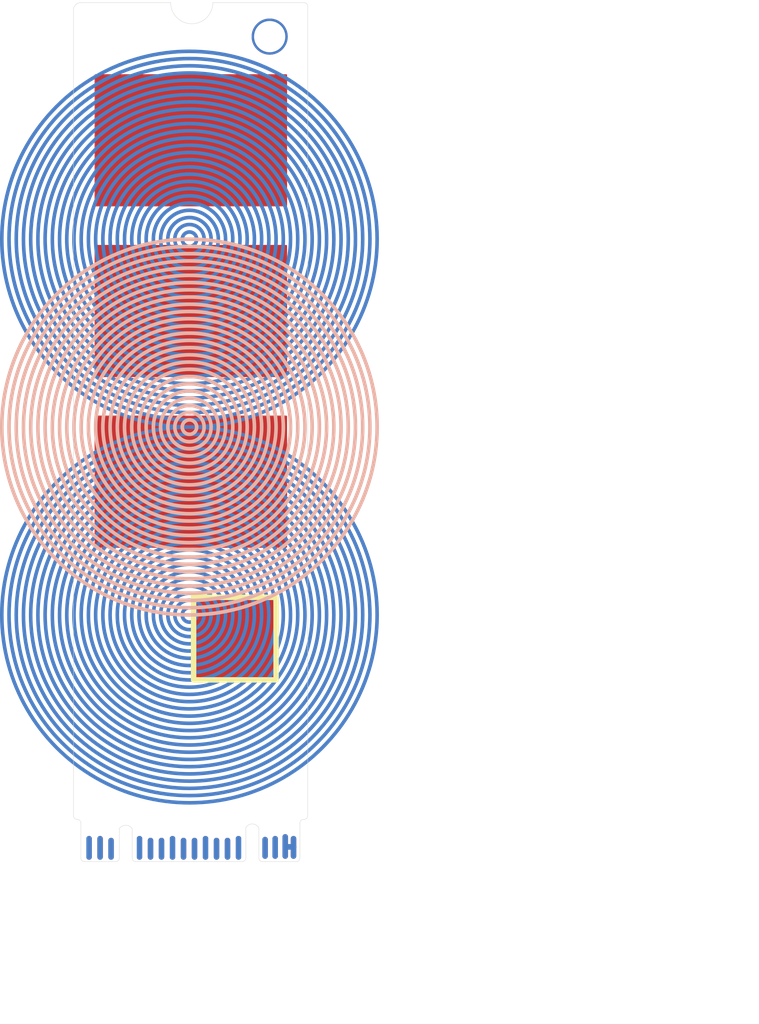
<source format=kicad_pcb>
(kicad_pcb (version 20221018) (generator pcbnew)

  (general
    (thickness 1.6)
  )

  (paper "A4")
  (layers
    (0 "F.Cu" signal)
    (31 "B.Cu" signal)
    (32 "B.Adhes" user "B.Adhesive")
    (33 "F.Adhes" user "F.Adhesive")
    (34 "B.Paste" user)
    (35 "F.Paste" user)
    (36 "B.SilkS" user "B.Silkscreen")
    (37 "F.SilkS" user "F.Silkscreen")
    (38 "B.Mask" user)
    (39 "F.Mask" user)
    (40 "Dwgs.User" user "User.Drawings")
    (41 "Cmts.User" user "User.Comments")
    (42 "Eco1.User" user "User.Eco1")
    (43 "Eco2.User" user "User.Eco2")
    (44 "Edge.Cuts" user)
    (45 "Margin" user)
    (46 "B.CrtYd" user "B.Courtyard")
    (47 "F.CrtYd" user "F.Courtyard")
    (48 "B.Fab" user)
    (49 "F.Fab" user)
    (50 "User.1" user)
    (51 "User.2" user)
    (52 "User.3" user)
    (53 "User.4" user)
    (54 "User.5" user)
    (55 "User.6" user)
    (56 "User.7" user)
    (57 "User.8" user)
    (58 "User.9" user)
  )

  (setup
    (stackup
      (layer "F.SilkS" (type "Top Silk Screen"))
      (layer "F.Paste" (type "Top Solder Paste"))
      (layer "F.Mask" (type "Top Solder Mask") (thickness 0.01))
      (layer "F.Cu" (type "copper") (thickness 0.035))
      (layer "dielectric 1" (type "core") (thickness 1.51) (material "FR4") (epsilon_r 4.5) (loss_tangent 0.02))
      (layer "B.Cu" (type "copper") (thickness 0.035))
      (layer "B.Mask" (type "Bottom Solder Mask") (thickness 0.01))
      (layer "B.Paste" (type "Bottom Solder Paste"))
      (layer "B.SilkS" (type "Bottom Silk Screen"))
      (copper_finish "None")
      (dielectric_constraints no)
    )
    (pad_to_mask_clearance 0)
    (pcbplotparams
      (layerselection 0x00010fc_ffffffff)
      (plot_on_all_layers_selection 0x0000000_00000000)
      (disableapertmacros false)
      (usegerberextensions false)
      (usegerberattributes true)
      (usegerberadvancedattributes true)
      (creategerberjobfile true)
      (dashed_line_dash_ratio 12.000000)
      (dashed_line_gap_ratio 3.000000)
      (svgprecision 4)
      (plotframeref false)
      (viasonmask false)
      (mode 1)
      (useauxorigin false)
      (hpglpennumber 1)
      (hpglpenspeed 20)
      (hpglpendiameter 15.000000)
      (dxfpolygonmode true)
      (dxfimperialunits true)
      (dxfusepcbnewfont true)
      (psnegative false)
      (psa4output false)
      (plotreference true)
      (plotvalue true)
      (plotinvisibletext false)
      (sketchpadsonfab false)
      (subtractmaskfromsilk false)
      (outputformat 1)
      (mirror false)
      (drillshape 1)
      (scaleselection 1)
      (outputdirectory "")
    )
  )

  (net 0 "")

  (gr_rect (start 75.4634 49.0982) (end 77.597 51.2318)
    (stroke (width 0.01) (type solid)) (fill solid) (layer "F.Cu") (tstamp 5b8dfeba-a0d0-4050-86fe-af13a50caeab))
  (gr_rect (start 72.6694 39.2938) (end 77.9526 42.9006)
    (stroke (width 0.05) (type solid)) (fill solid) (layer "F.Cu") (tstamp 89c7667b-8469-49f2-b029-57ecc6a5d8db))
  (gr_rect (start 72.6694 34.5694) (end 77.9526 38.1762)
    (stroke (width 0.05) (type solid)) (fill solid) (layer "F.Cu") (tstamp b42c6b8b-337a-4b7f-829c-c5b27dba26b7))
  (gr_rect (start 72.6694 44.0182) (end 77.9526 47.625)
    (stroke (width 0.05) (type solid)) (fill solid) (layer "F.Cu") (tstamp e6226141-8d7d-4edb-bf15-1e78b75331d5))
  (gr_circle (center 75.2729 49.51) (end 76.8729 49.51)
    (stroke (width 0.1) (type default)) (fill none) (layer "B.Cu") (tstamp 05b92211-9d4e-469a-9792-ec4350bd09f4))
  (gr_circle (center 75.2729 39.11) (end 79.4729 39.11)
    (stroke (width 0.1) (type default)) (fill none) (layer "B.Cu") (tstamp 0803686f-129a-4ffa-bb91-5a6cc7669c43))
  (gr_circle (center 75.2729 49.51) (end 77.4729 49.51)
    (stroke (width 0.1) (type default)) (fill none) (layer "B.Cu") (tstamp 08930121-8ed3-4587-b4b1-39b5141b3d45))
  (gr_circle (center 75.2729 39.11) (end 80.0729 39.11)
    (stroke (width 0.1) (type default)) (fill none) (layer "B.Cu") (tstamp 0b9415a6-5f9f-423f-8b96-9f09c46ea858))
  (gr_circle (center 75.2729 49.51) (end 80.0729 49.51)
    (stroke (width 0.1) (type default)) (fill none) (layer "B.Cu") (tstamp 1485ad93-2f78-41b7-af6f-8da3e14d2aac))
  (gr_circle (center 75.2729 49.51) (end 78.6729 49.51)
    (stroke (width 0.1) (type default)) (fill none) (layer "B.Cu") (tstamp 1e1e5fe9-7b7e-4ef8-ac20-fcbd630345a5))
  (gr_circle (center 75.2729 39.11) (end 78.0729 39.11)
    (stroke (width 0.1) (type default)) (fill none) (layer "B.Cu") (tstamp 1f5efac4-33c2-465c-8519-ec061aed4a20))
  (gr_circle (center 75.2729 39.11) (end 78.4729 39.11)
    (stroke (width 0.1) (type default)) (fill none) (layer "B.Cu") (tstamp 206eb99d-8c6a-43db-8f6d-727b5700466f))
  (gr_circle (center 75.2729 39.11) (end 78.2729 39.11)
    (stroke (width 0.1) (type default)) (fill none) (layer "B.Cu") (tstamp 22808fe1-6492-4f0d-86f9-c13ce7eeee8f))
  (gr_circle (center 75.2729 39.11) (end 75.8729 39.11)
    (stroke (width 0.1) (type default)) (fill none) (layer "B.Cu") (tstamp 28a916d7-e9a5-4f5a-928f-8468b16379df))
  (gr_circle (center 75.2729 39.11) (end 77.4729 39.11)
    (stroke (width 0.1) (type default)) (fill none) (layer "B.Cu") (tstamp 2b55b5e4-dd3e-4d52-b926-c786d42e2479))
  (gr_circle (center 75.2729 49.51) (end 77.0729 49.51)
    (stroke (width 0.1) (type default)) (fill none) (layer "B.Cu") (tstamp 2c12bbab-d5b8-4142-8e9e-0c88ee6e15af))
  (gr_circle (center 75.2729 39.11) (end 79.8729 39.11)
    (stroke (width 0.1) (type default)) (fill none) (layer "B.Cu") (tstamp 30a92c08-0a89-4dfa-a18c-038dc49ad31a))
  (gr_circle (center 75.2729 49.51) (end 79.4729 49.51)
    (stroke (width 0.1) (type default)) (fill none) (layer "B.Cu") (tstamp 353bbd74-70c3-4545-a3cf-42b65eca20c1))
  (gr_circle (center 75.2729 49.51) (end 78.4729 49.51)
    (stroke (width 0.1) (type default)) (fill none) (layer "B.Cu") (tstamp 35abd959-5d65-4958-97e4-cc8d88548e67))
  (gr_circle (center 75.2729 39.11) (end 76.0729 39.11)
    (stroke (width 0.1) (type default)) (fill none) (layer "B.Cu") (tstamp 371d7906-6290-4473-9db0-dbe2e9e4917c))
  (gr_circle (center 75.2729 39.11) (end 80.2729 39.11)
    (stroke (width 0.1) (type default)) (fill none) (layer "B.Cu") (tstamp 3c203d0c-9d59-4800-bc83-81056d7874f3))
  (gr_circle (center 75.2729 39.11) (end 75.679498 39.11)
    (stroke (width 0.1) (type default)) (fill none) (layer "B.Cu") (tstamp 3c8294d3-5ed6-4d17-a6e8-4789fde227ab))
  (gr_circle (center 75.2729 39.11) (end 77.6729 39.11)
    (stroke (width 0.1) (type default)) (fill none) (layer "B.Cu") (tstamp 473ae0bb-4662-4065-aeda-a1a5e113f09a))
  (gr_circle (center 75.2729 49.51) (end 80.2729 49.51)
    (stroke (width 0.1) (type default)) (fill none) (layer "B.Cu") (tstamp 4dcb159a-d4da-4d41-a557-eb02b23ac1e1))
  (gr_circle (center 75.2729 49.51) (end 75.8729 49.51)
    (stroke (width 0.1) (type default)) (fill none) (layer "B.Cu") (tstamp 4fd21d0a-b291-4c46-941b-ac10b2bfa94e))
  (gr_circle (center 75.2729 49.51) (end 79.6729 49.51)
    (stroke (width 0.1) (type default)) (fill none) (layer "B.Cu") (tstamp 52ce8d05-bb6e-4321-b572-44501705c47b))
  (gr_circle (center 75.2729 39.11) (end 77.8729 39.11)
    (stroke (width 0.1) (type default)) (fill none) (layer "B.Cu") (tstamp 568ac417-09f8-41ad-8753-7759b8623e53))
  (gr_circle (center 75.2729 39.11) (end 78.6729 39.11)
    (stroke (width 0.1) (type default)) (fill none) (layer "B.Cu") (tstamp 57221733-1efd-4cfd-9111-3ea57a4c2426))
  (gr_circle (center 75.2729 39.11) (end 75.4729 39.11)
    (stroke (width 0.1) (type default)) (fill none) (layer "B.Cu") (tstamp 5d3542a3-7d9f-4e70-b210-bcb20cef865a))
  (gr_circle (center 75.2729 39.11) (end 78.8729 39.11)
    (stroke (width 0.1) (type default)) (fill none) (layer "B.Cu") (tstamp 6410703c-9d7e-40fa-ad92-a4947a56e11f))
  (gr_circle (center 75.2729 39.11) (end 76.4729 39.11)
    (stroke (width 0.1) (type default)) (fill none) (layer "B.Cu") (tstamp 66a6ed52-babe-44f0-a332-b716e2bd5c9f))
  (gr_circle (center 75.2729 39.11) (end 77.0729 39.11)
    (stroke (width 0.1) (type default)) (fill none) (layer "B.Cu") (tstamp 6758547b-4a88-4a11-aa2e-3dcaa85b0d4d))
  (gr_circle (center 75.2729 49.51) (end 75.679498 49.51)
    (stroke (width 0.1) (type default)) (fill none) (layer "B.Cu") (tstamp 689ac12a-1dba-4a24-b623-d4b287d9489f))
  (gr_circle (center 75.2729 39.11) (end 76.2729 39.11)
    (stroke (width 0.1) (type default)) (fill none) (layer "B.Cu") (tstamp 6a9d0572-ebe8-462d-a776-f93e9fa0f720))
  (gr_circle (center 75.2729 39.11) (end 80.4729 39.11)
    (stroke (width 0.1) (type default)) (fill none) (layer "B.Cu") (tstamp 6af81ef0-3f03-4046-a32e-7a4e7a2403bb))
  (gr_circle (center 75.2729 49.51) (end 80.4729 49.51)
    (stroke (width 0.1) (type default)) (fill none) (layer "B.Cu") (tstamp 6d3ca166-a0ea-4b90-a262-28e63c3c2ebd))
  (gr_circle (center 75.2729 39.11) (end 79.2729 39.11)
    (stroke (width 0.1) (type default)) (fill none) (layer "B.Cu") (tstamp 72788866-110d-4958-9f47-19f8943f8f54))
  (gr_circle (center 75.2729 49.51) (end 77.8729 49.51)
    (stroke (width 0.1) (type default)) (fill none) (layer "B.Cu") (tstamp 791c598f-d8de-40fc-9149-02700d532fe0))
  (gr_circle (center 75.2729 49.51) (end 77.6729 49.51)
    (stroke (width 0.1) (type default)) (fill none) (layer "B.Cu") (tstamp 85bc70a0-1754-4366-ab43-861dbb984be3))
  (gr_circle (center 75.2729 49.51) (end 78.8729 49.51)
    (stroke (width 0.1) (type default)) (fill none) (layer "B.Cu") (tstamp 879e1c18-d921-4b05-a644-28593ee66b61))
  (gr_circle (center 75.2729 49.51) (end 79.2729 49.51)
    (stroke (width 0.1) (type default)) (fill none) (layer "B.Cu") (tstamp 9203e247-5c4c-44d8-8635-2edf6a12a60a))
  (gr_circle (center 75.2729 49.51) (end 79.0729 49.51)
    (stroke (width 0.1) (type default)) (fill none) (layer "B.Cu") (tstamp 962b2d99-9edc-46c9-926d-9bc50f78910e))
  (gr_circle (center 75.2729 49.51) (end 76.4729 49.51)
    (stroke (width 0.1) (type default)) (fill none) (layer "B.Cu") (tstamp 96dba05c-570f-493b-af03-12925a40e734))
  (gr_circle (center 75.2729 49.51) (end 78.2729 49.51)
    (stroke (width 0.1) (type default)) (fill none) (layer "B.Cu") (tstamp aa4bd41f-9efa-4a06-bcab-b5c8d7a57899))
  (gr_circle (center 75.2729 49.51) (end 75.4729 49.51)
    (stroke (width 0.1) (type default)) (fill none) (layer "B.Cu") (tstamp ab5c716c-4a30-4620-ac91-34ecdb1fd496))
  (gr_circle (center 75.2729 39.11) (end 79.6729 39.11)
    (stroke (width 0.1) (type default)) (fill none) (layer "B.Cu") (tstamp b0442df0-b74c-4c16-a75f-5f002ebaa7e6))
  (gr_circle (center 75.2729 49.51) (end 79.8729 49.51)
    (stroke (width 0.1) (type default)) (fill none) (layer "B.Cu") (tstamp b9062631-35ec-4793-9b6f-2d477ee97963))
  (gr_circle (center 75.2729 39.11) (end 76.6729 39.11)
    (stroke (width 0.1) (type default)) (fill none) (layer "B.Cu") (tstamp bb2042c8-52f8-4cf4-b6b4-772554f7aeb7))
  (gr_circle (center 75.2729 39.11) (end 76.8729 39.11)
    (stroke (width 0.1) (type default)) (fill none) (layer "B.Cu") (tstamp c4a17181-ef31-42ab-b33c-6a92eb3e4679))
  (gr_circle (center 75.2729 39.11) (end 79.0729 39.11)
    (stroke (width 0.1) (type default)) (fill none) (layer "B.Cu") (tstamp c4cfcf91-359d-4355-9561-93093d3779ab))
  (gr_circle (center 75.2729 49.51) (end 76.2729 49.51)
    (stroke (width 0.1) (type default)) (fill none) (layer "B.Cu") (tstamp d5863235-2c13-4c5a-91fc-1231ec7eade9))
  (gr_circle (center 75.2729 39.11) (end 77.2729 39.11)
    (stroke (width 0.1) (type default)) (fill none) (layer "B.Cu") (tstamp d65b8f91-12ac-441c-a97d-986f21010595))
  (gr_circle (center 75.2729 49.51) (end 77.2729 49.51)
    (stroke (width 0.1) (type default)) (fill none) (layer "B.Cu") (tstamp d9e53614-e04c-4478-9fa3-f2cbcd892e90))
  (gr_circle (center 75.2729 49.51) (end 76.0729 49.51)
    (stroke (width 0.1) (type default)) (fill none) (layer "B.Cu") (tstamp dc7f0c6e-79fd-4e09-8d9c-47311ce6a6f9))
  (gr_circle (center 75.2729 49.51) (end 78.0729 49.51)
    (stroke (width 0.1) (type default)) (fill none) (layer "B.Cu") (tstamp df2fc426-6371-4757-bdd3-952e21499c5d))
  (gr_circle (center 75.2729 49.51) (end 76.6729 49.51)
    (stroke (width 0.1) (type default)) (fill none) (layer "B.Cu") (tstamp ebe2160e-143d-4495-b9a6-ab3af307c010))
  (gr_circle (center 75.2729 44.31) (end 75.4729 44.31)
    (stroke (width 0.1) (type default)) (fill none) (layer "B.SilkS") (tstamp 1135de3e-d546-4e2b-a05c-7c13f61722eb))
  (gr_circle (center 75.2729 44.31) (end 78.6729 44.31)
    (stroke (width 0.1) (type default)) (fill none) (layer "B.SilkS") (tstamp 251aafc3-3b57-4ab7-839e-94300b42bce8))
  (gr_circle (center 75.2729 44.31) (end 76.8729 44.31)
    (stroke (width 0.1) (type default)) (fill none) (layer "B.SilkS") (tstamp 25b7f601-9cff-4864-ae53-faa581119f80))
  (gr_circle (center 75.2729 44.31) (end 79.2729 44.31)
    (stroke (width 0.1) (type default)) (fill none) (layer "B.SilkS") (tstamp 25ead3ee-d331-47c4-9330-ef843e37862a))
  (gr_circle (center 75.2729 44.31) (end 80.2729 44.31)
    (stroke (width 0.1) (type default)) (fill none) (layer "B.SilkS") (tstamp 3c2ae1c3-ca67-4afc-88da-27033970f085))
  (gr_circle (center 75.2729 44.31) (end 76.4729 44.31)
    (stroke (width 0.1) (type default)) (fill none) (layer "B.SilkS") (tstamp 40f4d4c9-3eeb-4cf6-b202-3e34716cf6eb))
  (gr_circle (center 75.2729 44.31) (end 78.4729 44.31)
    (stroke (width 0.1) (type default)) (fill none) (layer "B.SilkS") (tstamp 4420ae7a-3c1f-4727-9310-89191ba9c682))
  (gr_circle (center 75.2729 44.31) (end 78.0729 44.31)
    (stroke (width 0.1) (type default)) (fill none) (layer "B.SilkS") (tstamp 4bd21295-a31b-493c-b9d2-159193be4167))
  (gr_circle (center 75.2729 44.31) (end 76.0729 44.31)
    (stroke (width 0.1) (type default)) (fill none) (layer "B.SilkS") (tstamp 4f631da7-9a8c-4586-b4a8-057e454d6ab2))
  (gr_circle (center 75.2729 44.31) (end 79.0729 44.31)
    (stroke (width 0.1) (type default)) (fill none) (layer "B.SilkS") (tstamp 60629ba6-f1f1-4b88-a1d6-bf58137a60b8))
  (gr_circle (center 75.2729 44.31) (end 77.0729 44.31)
    (stroke (width 0.1) (type default)) (fill none) (layer "B.SilkS") (tstamp 7428b22b-a14b-4481-87e7-d2aa8da4ab16))
  (gr_circle (center 75.2729 44.31) (end 79.8729 44.31)
    (stroke (width 0.1) (type default)) (fill none) (layer "B.SilkS") (tstamp 83e1287a-06af-4da3-8524-c8c31a00cd65))
  (gr_circle (center 75.2729 44.31) (end 78.8729 44.31)
    (stroke (width 0.1) (type default)) (fill none) (layer "B.SilkS") (tstamp 85fc4c70-e682-4689-af3c-d3f8ad1310e2))
  (gr_circle (center 75.2729 44.31) (end 75.8729 44.31)
    (stroke (width 0.1) (type default)) (fill none) (layer "B.SilkS") (tstamp 8fcd6631-d119-4583-8a52-8f5281b74fe2))
  (gr_circle (center 75.2729 44.31) (end 79.4729 44.31)
    (stroke (width 0.1) (type default)) (fill none) (layer "B.SilkS") (tstamp 992fb001-a1a7-4bdd-804a-44638a436b07))
  (gr_circle (center 75.2729 44.31) (end 75.679498 44.31)
    (stroke (width 0.1) (type default)) (fill none) (layer "B.SilkS") (tstamp 9e06fb69-60db-4d37-b2cb-504f52b6819a))
  (gr_circle (center 75.2729 44.31) (end 78.2729 44.31)
    (stroke (width 0.1) (type default)) (fill none) (layer "B.SilkS") (tstamp a47cbc26-acb3-445d-affa-41c22fa7c7f3))
  (gr_circle (center 75.2729 44.31) (end 77.4729 44.31)
    (stroke (width 0.1) (type default)) (fill none) (layer "B.SilkS") (tstamp c8c58867-0a8a-4f5e-87bb-d9413330eaf9))
  (gr_circle (center 75.2729 44.31) (end 77.6729 44.31)
    (stroke (width 0.1) (type default)) (fill none) (layer "B.SilkS") (tstamp d114981b-b000-4b8a-a547-327ccac70c93))
  (gr_circle (center 75.2729 44.31) (end 80.4729 44.31)
    (stroke (width 0.1) (type default)) (fill none) (layer "B.SilkS") (tstamp d97d6d8b-8562-441b-ab1d-f0f88bbf2bed))
  (gr_circle (center 75.2729 44.31) (end 76.2729 44.31)
    (stroke (width 0.1) (type default)) (fill none) (layer "B.SilkS") (tstamp dd2a3193-c83f-41ac-9d0e-f6fa739ba3b6))
  (gr_circle (center 75.2729 44.31) (end 77.2729 44.31)
    (stroke (width 0.1) (type default)) (fill none) (layer "B.SilkS") (tstamp de364fc9-e4f2-4a2e-840c-3ba26e3e0019))
  (gr_circle (center 75.2729 44.31) (end 76.6729 44.31)
    (stroke (width 0.1) (type default)) (fill none) (layer "B.SilkS") (tstamp e5549823-a6d5-4301-8d2b-f20765634b6f))
  (gr_circle (center 75.2729 44.31) (end 80.0729 44.31)
    (stroke (width 0.1) (type default)) (fill none) (layer "B.SilkS") (tstamp f29e7cab-01bf-41b6-a735-f8dcf32ccb82))
  (gr_circle (center 75.2729 44.31) (end 77.8729 44.31)
    (stroke (width 0.1) (type default)) (fill none) (layer "B.SilkS") (tstamp f40acc3d-0b7a-4c5d-ac18-f3263e18e51d))
  (gr_circle (center 75.2729 44.31) (end 79.6729 44.31)
    (stroke (width 0.1) (type default)) (fill none) (layer "B.SilkS") (tstamp fec39366-4df2-4236-8e43-b49ebaa4a24a))
  (gr_rect (start 75.3872 49.022) (end 77.6732 51.308)
    (stroke (width 0.15) (type default)) (fill none) (layer "F.SilkS") (tstamp 8446c222-f2b0-46a4-a2f0-85127cd459f0))
  (gr_arc (start 72.163 55.1688) (mid 72.233711 55.198089) (end 72.263 55.2688)
    (stroke (width 0.01) (type default)) (layer "Edge.Cuts") (tstamp 0139c63c-3890-4937-9219-dedfafe0f58c))
  (gr_arc (start 72.0598 32.7628) (mid 72.118379 32.621379) (end 72.2598 32.5628)
    (stroke (width 0.01) (type default)) (layer "Edge.Cuts") (tstamp 0bd0ff86-25d6-44ca-b9ad-6ef143dcfca7))
  (gr_line (start 72.263 55.2688) (end 72.263 56.2372)
    (stroke (width 0.01) (type default)) (layer "Edge.Cuts") (tstamp 10dd4769-b06a-4670-92eb-1cad812ac0b2))
  (gr_arc (start 76.835 55.3974) (mid 77.018482 55.294297) (end 77.195962 55.407419)
    (stroke (width 0.01) (type default)) (layer "Edge.Cuts") (tstamp 150d15f4-a7dd-4c68-9868-1664633a3220))
  (gr_line (start 73.7854 56.3372) (end 76.735 56.3372)
    (stroke (width 0.01) (type default)) (layer "Edge.Cuts") (tstamp 1a0d8c79-2826-4d79-a468-483e449359a4))
  (gr_line (start 76.835 56.2372) (end 76.835 55.3974)
    (stroke (width 0.01) (type default)) (layer "Edge.Cuts") (tstamp 1f9f22fa-ef2f-4556-9e26-d219383f635d))
  (gr_line (start 77.31 56.3372) (end 77.295962 56.3372)
    (stroke (width 0.01) (type default)) (layer "Edge.Cuts") (tstamp 24be0227-726e-4596-bb84-9c4157ea7382))
  (gr_arc (start 78.45 32.5628) (mid 78.520711 32.592089) (end 78.55 32.6628)
    (stroke (width 0.01) (type default)) (layer "Edge.Cuts") (tstamp 2bd137c2-c674-4a3c-bcb6-27e2e128178a))
  (gr_line (start 74.7522 32.5628) (end 72.2598 32.5628)
    (stroke (width 0.01) (type default)) (layer "Edge.Cuts") (tstamp 38220fbf-216a-4946-a7bd-59bad2871062))
  (gr_arc (start 77.295962 56.3372) (mid 77.225276 56.307897) (end 77.195962 56.2372)
    (stroke (width 0.01) (type default)) (layer "Edge.Cuts") (tstamp 3b475575-36c6-45c1-ba64-413295a8020c))
  (gr_line (start 75.9206 32.5628) (end 78.45 32.5628)
    (stroke (width 0.01) (type default)) (layer "Edge.Cuts") (tstamp 3c296a85-719d-408f-86ef-824911671eb3))
  (gr_arc (start 73.7854 56.3372) (mid 73.714689 56.307911) (end 73.6854 56.2372)
    (stroke (width 0.01) (type default)) (layer "Edge.Cuts") (tstamp 432fe42c-04a5-48be-80ce-dc80d4617c82))
  (gr_arc (start 78.3336 55.2688) (mid 78.362889 55.198089) (end 78.4336 55.1688)
    (stroke (width 0.01) (type default)) (layer "Edge.Cuts") (tstamp 43f0b4c1-e418-4f0f-bfe7-bc4f270cfd4a))
  (gr_line (start 78.55 32.6628) (end 78.55 55.0688)
    (stroke (width 0.01) (type default)) (layer "Edge.Cuts") (tstamp 4461b50c-844f-407e-916c-7ea9975afa2e))
  (gr_line (start 73.6854 56.2372) (end 73.6854 55.4228)
    (stroke (width 0.01) (type default)) (layer "Edge.Cuts") (tstamp 47875fee-579b-4787-afc3-d63a36bf1535))
  (gr_line (start 72.0598 55.0688) (end 72.0598 32.7628)
    (stroke (width 0.01) (type default)) (layer "Edge.Cuts") (tstamp 568a9502-effe-4427-9cb8-b9f3ebd77f46))
  (gr_line (start 73.3298 55.4228) (end 73.3298 56.2372)
    (stroke (width 0.01) (type default)) (layer "Edge.Cuts") (tstamp 5f73de97-d826-46ca-9c73-8db9f36f37be))
  (gr_arc (start 73.3298 56.2372) (mid 73.300511 56.307911) (end 73.2298 56.3372)
    (stroke (width 0.01) (type default)) (layer "Edge.Cuts") (tstamp 6e405515-3def-400f-b292-8c03759c5394))
  (gr_line (start 77.31 56.3372) (end 78.2336 56.3372)
    (stroke (width 0.01) (type default)) (layer "Edge.Cuts") (tstamp 6f144141-08f2-4664-9786-35172f22d4e3))
  (gr_arc (start 78.55 55.0688) (mid 78.520711 55.139511) (end 78.45 55.1688)
    (stroke (width 0.01) (type default)) (layer "Edge.Cuts") (tstamp 7fc5617b-ea8c-484b-80a1-af95001c5b6b))
  (gr_line (start 72.163 55.1688) (end 72.1598 55.1688)
    (stroke (width 0.01) (type default)) (layer "Edge.Cuts") (tstamp 8ce67c69-5c29-44c2-87c5-37c264282fbe))
  (gr_line (start 72.363 56.3372) (end 73.2298 56.3372)
    (stroke (width 0.01) (type default)) (layer "Edge.Cuts") (tstamp 922cbcc6-cd73-413f-be57-50212099a81e))
  (gr_line (start 77.195962 56.2) (end 77.195962 56.2372)
    (stroke (width 0.01) (type default)) (layer "Edge.Cuts") (tstamp 970fcdd1-0ad7-4c25-b4fe-0899c909ead7))
  (gr_line (start 78.3336 56.2372) (end 78.3336 55.2688)
    (stroke (width 0.01) (type default)) (layer "Edge.Cuts") (tstamp a1caeef5-b316-4012-913b-80f4ce96de66))
  (gr_line (start 78.45 55.1688) (end 78.4336 55.1688)
    (stroke (width 0.01) (type default)) (layer "Edge.Cuts") (tstamp a45f8b88-d5e6-4a3f-8b08-0ab3e8723d69))
  (gr_arc (start 75.9206 32.5628) (mid 75.3364 33.147) (end 74.7522 32.5628)
    (stroke (width 0.01) (type default)) (layer "Edge.Cuts") (tstamp aa88b04f-d1e6-45c4-b340-b01f4e4c41de))
  (gr_arc (start 76.835 56.2372) (mid 76.805711 56.307911) (end 76.735 56.3372)
    (stroke (width 0.01) (type default)) (layer "Edge.Cuts") (tstamp ac0beb32-0ee5-4060-808f-1965f48d1a79))
  (gr_arc (start 72.1598 55.1688) (mid 72.089089 55.139511) (end 72.0598 55.0688)
    (stroke (width 0.01) (type default)) (layer "Edge.Cuts") (tstamp bf8792cf-295d-40a2-9cb4-0c55a848224d))
  (gr_arc (start 78.3336 56.2372) (mid 78.304311 56.307911) (end 78.2336 56.3372)
    (stroke (width 0.01) (type default)) (layer "Edge.Cuts") (tstamp d0384ff2-b3dc-48c2-8ddc-cd6ad45d5685))
  (gr_arc (start 72.363 56.3372) (mid 72.292289 56.307911) (end 72.263 56.2372)
    (stroke (width 0.01) (type default)) (layer "Edge.Cuts") (tstamp dc831e3f-f025-401f-9316-e0aeee5d4f84))
  (gr_arc (start 73.3298 55.4228) (mid 73.5076 55.331301) (end 73.6854 55.4228)
    (stroke (width 0.01) (type default)) (layer "Edge.Cuts") (tstamp f7221e21-502b-4b07-8ee9-f17ab34bbd35))
  (gr_line (start 77.195962 55.407419) (end 77.195962 56.2)
    (stroke (width 0.01) (type default)) (layer "Edge.Cuts") (tstamp f981cf9b-139b-446b-9516-fbcf30518dcb))
  (dimension (type aligned) (layer "Cmts.User") (tstamp 69f71647-aa49-4b6f-ab9b-88262821062f)
    (pts (xy 72.0598 55.0688) (xy 78.55 55.0688))
    (height 5.1292)
    (gr_text "0.2555 in" (at 75.3049 59.048) (layer "Cmts.User") (tstamp 69f71647-aa49-4b6f-ab9b-88262821062f)
      (effects (font (size 1 1) (thickness 0.15)))
    )
    (format (prefix "") (suffix "") (units 3) (units_format 1) (precision 4))
    (style (thickness 0.15) (arrow_length 1.27) (text_position_mode 0) (extension_height 0.58642) (extension_offset 0.5) keep_text_aligned)
  )
  (dimension (type aligned) (layer "Cmts.User") (tstamp b7bf0289-451c-425d-8647-8541492b1887)
    (pts (xy 75.3364 32.5628) (xy 75.2602 56.3372))
    (height -11.994299)
    (gr_text "0.9360 in" (at 86.142543 44.484757 89.81636031) (layer "Cmts.User") (tstamp b7bf0289-451c-425d-8647-8541492b1887)
      (effects (font (size 1 1) (thickness 0.15)))
    )
    (format (prefix "") (suffix "") (units 3) (units_format 1) (precision 4))
    (style (thickness 0.15) (arrow_length 1.27) (text_position_mode 0) (extension_height 0.58642) (extension_offset 0.5) keep_text_aligned)
  )

  (segment (start 78.1558 55.9308) (end 78.1558 55.7022) (width 0.1524) (layer "F.Cu") (net 0) (tstamp 09a61a44-b608-473c-9205-2a5e9632174b))
  (segment (start 76.6318 55.7022) (end 76.6318 56.2102) (width 0.1524) (layer "F.Cu") (net 0) (tstamp 0e25ad75-a7e7-4d5b-b8a1-cf4e835b560b))
  (segment (start 78.1558 55.9308) (end 77.978 55.9308) (width 0.1524) (layer "F.Cu") (net 0) (tstamp 3c5434f9-f3b6-4559-9414-81008ac13171))
  (segment (start 72.7964 55.7022) (end 72.7964 56.2102) (width 0.1524) (layer "F.Cu") (net 0) (tstamp 47aa02b8-715e-4607-ab9e-f06f05691528))
  (segment (start 77.9272 56.1848) (end 77.9272 55.88) (width 0.1524) (layer "F.Cu") (net 0) (tstamp 849c25e2-558d-4a9f-95fc-9ab73585acf9))
  (segment (start 74.803 55.7022) (end 74.803 56.2102) (width 0.1524) (layer "F.Cu") (net 0) (tstamp 8b3903b6-fa1b-4eac-bf22-9a81f8ccb7da))
  (segment (start 73.8886 56.2102) (end 73.8886 55.7022) (width 0.1524) (layer "F.Cu") (net 0) (tstamp 8fb43414-a3bb-4bb9-8619-8ef5358ed217))
  (segment (start 75.1078 55.753) (end 75.1078 56.2102) (width 0.1524) (layer "F.Cu") (net 0) (tstamp 9c5ec00b-16e9-4806-bbab-6f0a8e690ab5))
  (segment (start 76.327 56.2102) (end 76.327 55.753) (width 0.1524) (layer "F.Cu") (net 0) (tstamp a1e5485c-5eec-4527-a8c0-556071f7cf7d))
  (segment (start 77.6478 55.7022) (end 77.6478 56.1848) (width 0.1524) (layer "F.Cu") (net 0) (tstamp a87d3e30-9a2f-40e5-bc6a-7ba090012f0f))
  (segment (start 74.1934 55.753) (end 74.1934 56.2102) (width 0.1524) (layer "F.Cu") (net 0) (tstamp b5988603-b085-4b9b-b582-4f634cc93b53))
  (segment (start 74.4982 55.753) (end 74.4982 56.2102) (width 0.1524) (layer "F.Cu") (net 0) (tstamp bec951e1-b8e6-446f-a694-b832a6a1a814))
  (segment (start 77.3684 55.7276) (end 77.3684 56.1848) (width 0.1524) (layer "F.Cu") (net 0) (tstamp bf2dc7b4-a5cd-4a51-ada0-28e2a5309263))
  (segment (start 75.4126 56.2102) (end 75.4126 55.753) (width 0.1524) (layer "F.Cu") (net 0) (tstamp d21434e9-4069-4b9f-b1ed-23aecdb850a1))
  (segment (start 76.0222 55.753) (end 76.0222 56.2102) (width 0.1524) (layer "F.Cu") (net 0) (tstamp d3717614-7ac8-4351-a2ee-b79ec49e15c5))
  (segment (start 72.4916 55.7022) (end 72.4916 56.2102) (width 0.1524) (layer "F.Cu") (net 0) (tstamp d399b70b-650b-44ac-99e7-0f272482dfe4))
  (segment (start 73.1012 56.2102) (end 73.1012 55.753) (width 0.1524) (layer "F.Cu") (net 0) (tstamp da4b74c4-ce8c-4a59-8c27-106946ab6fbb))
  (segment (start 77.978 55.9308) (end 77.9272 55.88) (width 0.1524) (layer "F.Cu") (net 0) (tstamp e44f5b30-6ac0-4114-a2d9-74bac8c46288))
  (segment (start 75.7174 55.7022) (end 75.7174 56.2102) (width 0.1524) (layer "F.Cu") (net 0) (tstamp ef4b4213-6aec-470b-b90a-d7aeee5006d6))
  (segment (start 77.9272 55.88) (end 77.9272 55.6514) (width 0.1524) (layer "F.Cu") (net 0) (tstamp ef7c770c-d73b-478b-bc81-96b75343de5b))
  (segment (start 78.1558 56.1848) (end 78.1558 55.9308) (width 0.1524) (layer "F.Cu") (net 0) (tstamp f35f6bb6-f0ac-416c-81e1-80d5b25bbb5b))
  (via (at 77.4954 33.5026) (size 1) (drill 0.864) (layers "F.Cu" "B.Cu") (net 0) (tstamp 6379f970-d391-4134-a313-a1af2c8ccde7))
  (segment (start 78.1558 55.9308) (end 78.1558 55.7022) (width 0.1524) (layer "B.Cu") (net 0) (tstamp 0dc94dc3-c757-47be-a8ea-cf404d97573c))
  (segment (start 74.4982 55.753) (end 74.4982 56.2102) (width 0.1524) (layer "B.Cu") (net 0) (tstamp 24cd8a3f-8581-4a0a-9bb8-bba5cb721e9c))
  (segment (start 75.7174 55.7022) (end 75.7174 56.2102) (width 0.1524) (layer "B.Cu") (net 0) (tstamp 2d5dc25c-e9ef-4591-9af9-de5f72e123ae))
  (segment (start 77.6478 55.7022) (end 77.6478 56.1848) (width 0.1524) (layer "B.Cu") (net 0) (tstamp 369e409d-5945-4ec3-b604-30d4a83cb696))
  (segment (start 75.4126 56.2102) (end 75.4126 55.753) (width 0.1524) (layer "B.Cu") (net 0) (tstamp 48d1f84f-8528-4480-b428-b891a531481a))
  (segment (start 74.803 55.7022) (end 74.803 56.2102) (width 0.1524) (layer "B.Cu") (net 0) (tstamp 4dde48ac-ba95-4e6e-935d-c193913c56c7))
  (segment (start 72.7964 55.7022) (end 72.7964 56.2102) (width 0.1524) (layer "B.Cu") (net 0) (tstamp 584a5573-515b-4e7a-b265-6f05fae7b57a))
  (segment (start 77.3684 55.7276) (end 77.3684 56.1848) (width 0.1524) (layer "B.Cu") (net 0) (tstamp 6c2399fc-9d9d-46f3-8d8e-3c0776eb59c3))
  (segment (start 78.1558 56.1848) (end 78.1558 55.9308) (width 0.1524) (layer "B.Cu") (net 0) (tstamp 6d6c36ca-140b-42d8-b22c-b2a994dd595a))
  (segment (start 78.1558 55.9308) (end 77.978 55.9308) (width 0.1524) (layer "B.Cu") (net 0) (tstamp 839a5306-9e58-4e4a-b7f4-e5512627f52c))
  (segment (start 76.6318 55.7022) (end 76.6318 56.2102) (width 0.1524) (layer "B.Cu") (net 0) (tstamp 9b6e0735-cede-44ac-98f4-012cc50f76e0))
  (segment (start 76.327 56.2102) (end 76.327 55.753) (width 0.1524) (layer "B.Cu") (net 0) (tstamp 9b8062f0-45de-471d-950e-51bc6a93e61d))
  (segment (start 73.1012 56.2102) (end 73.1012 55.753) (width 0.1524) (layer "B.Cu") (net 0) (tstamp 9b9b5b9f-ba65-4905-82b2-4fb0111705ac))
  (segment (start 72.4916 55.7022) (end 72.4916 56.2102) (width 0.1524) (layer "B.Cu") (net 0) (tstamp a25feac3-a525-4c71-95d2-24f2b1266862))
  (segment (start 73.8886 56.2102) (end 73.8886 55.7022) (width 0.1524) (layer "B.Cu") (net 0) (tstamp a31682f3-8277-4cdb-9b3b-ad4e8a5718b5))
  (segment (start 74.1934 55.753) (end 74.1934 56.2102) (width 0.1524) (layer "B.Cu") (net 0) (tstamp aa809da7-8630-4dbf-8329-a3a93a72ec01))
  (segment (start 76.0222 55.753) (end 76.0222 56.2102) (width 0.1524) (layer "B.Cu") (net 0) (tstamp d4679119-b82d-4cea-aa14-a937eeb5fe4d))
  (segment (start 77.9272 56.1848) (end 77.9272 55.88) (width 0.1524) (layer "B.Cu") (net 0) (tstamp de45498b-3d0b-41af-823f-90d7ec61350a))
  (segment (start 77.9272 55.88) (end 77.9272 55.6514) (width 0.1524) (layer "B.Cu") (net 0) (tstamp e12d312a-d888-4587-b829-8bce5e9e528c))
  (segment (start 77.978 55.9308) (end 77.9272 55.88) (width 0.1524) (layer "B.Cu") (net 0) (tstamp ebf23fa0-0620-40b3-9ac4-35effc8e7d0b))
  (segment (start 75.1078 55.753) (end 75.1078 56.2102) (width 0.1524) (layer "B.Cu") (net 0) (tstamp f2a23563-e9a6-4388-9c6e-713c7cdc7df1))

)

</source>
